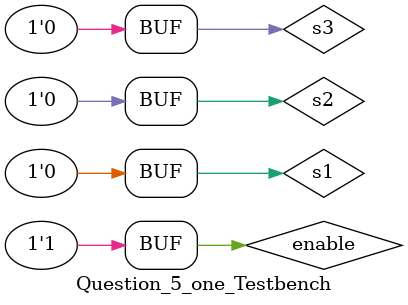
<source format=v>
module Question_5_one_Testbench();

	reg s1,s2,s3;
	reg enable;
	wire z1, z2, z3, z4, z5, z6, z7, z8;
	
	Question_5_one psichico(.s3(s3), .s1(s1), .s2(s2), .z1(z1), .z2(z2), .z3(z3), .z4(z4), .z5(z5), .z6(z6), .z7(z7), .z8(z8), .enable(enable) );
	
	initial begin
		#2;
		enable = 1;
		#2;
		repeat(100)
		begin
			s1 = 0;
			s2 = 0;
			s3 = 0;
			#2;
		end
		#2;
	end
endmodule
</source>
